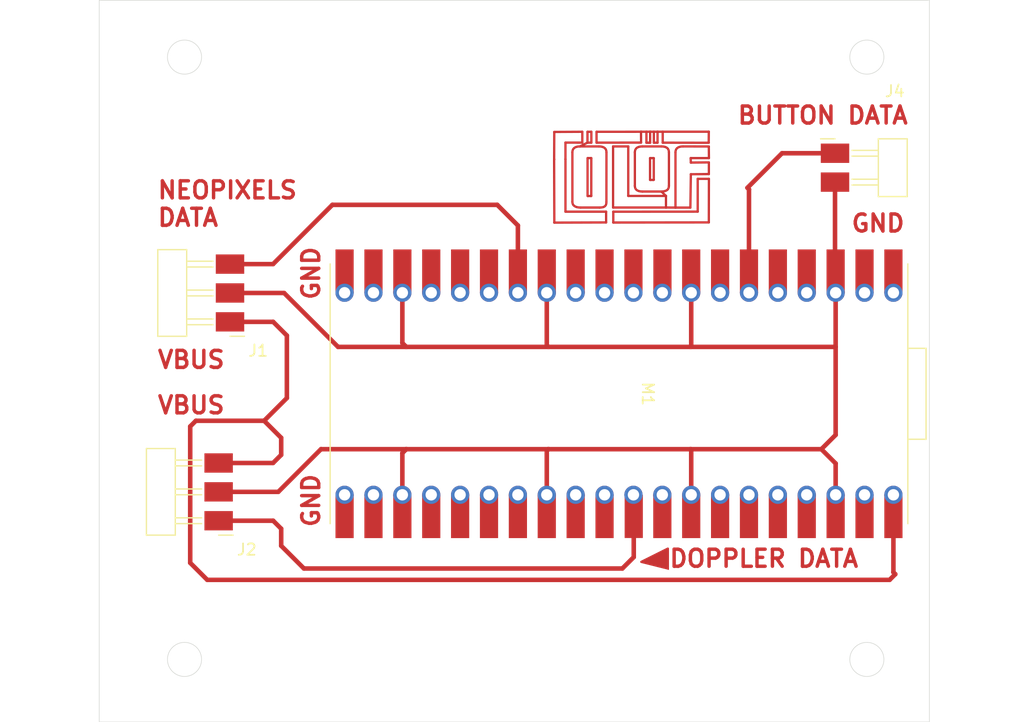
<source format=kicad_pcb>
(kicad_pcb (version 20241229) (generator "pcbnew") (generator_version "9.0")
  (layers (0 "F.Cu" signal) (2 "B.Cu" signal) (13 "F.Paste" user) (15 "B.Paste" user) (5 "F.SilkS" user "F.Silkscreen") (7 "B.SilkS" user "B.Silkscreen") (1 "F.Mask" user) (3 "B.Mask" user) (25 "Edge.Cuts" user))
  (net 0 "")
  (net 1 "/VBUS")
  (net 2 "/GND")
  (net 3 "/NEOPIXELS")
  (net 4 "/DOPPLER")
  (net 5 "/BUTTON")
  (footprint "fab:PinHeader_01x02_P2.54mm_Horizontal_SMD" (layer "F.Cu") (at 162.2 63.46)
    (property "Reference" "J4" (at 4.3 -5.46 180) (layer "F.SilkS") (effects (justify left)))
    (property "Value" "PinHeader_01x02_P2.54mm_Horizontal_SMD")
    (fp_line (start -1.27 -1.27) (end 0 -1.27) (stroke (width 0.12)) (layer "F.SilkS"))
    (fp_line (start 3.81 -1.27) (end 6.35 -1.27) (stroke (width 0.12)) (layer "F.SilkS"))
    (fp_line (start 3.81 -0.254) (end 1.5 -0.254) (stroke (width 0.12)) (layer "F.SilkS"))
    (fp_line (start 3.81 0.254) (end 1.5 0.254) (stroke (width 0.12)) (layer "F.SilkS"))
    (fp_line (start 3.81 2.286) (end 1.5 2.286) (stroke (width 0.12)) (layer "F.SilkS"))
    (fp_line (start 3.81 2.794) (end 1.5 2.794) (stroke (width 0.12)) (layer "F.SilkS"))
    (fp_line (start 3.81 3.81) (end 3.81 -1.27) (stroke (width 0.12)) (layer "F.SilkS"))
    (fp_line (start 6.35 -1.27) (end 6.35 3.81) (stroke (width 0.12)) (layer "F.SilkS"))
    (fp_line (start 6.35 3.81) (end 3.81 3.81) (stroke (width 0.12)) (layer "F.SilkS"))
    (pad "1" smd rect (at 0 0) (size 2.5 1.7) (layers "F.Cu" "F.Mask" "F.Paste") (net 5 "/BUTTON"))
    (pad "2" smd rect (at 0 2.54) (size 2.5 1.7) (layers "F.Cu" "F.Mask" "F.Paste") (net 2 "/GND"))
  )
  (footprint "fab:PinHeader_01x03_P2.54mm_Horizontal_SMD" (layer "F.Cu") (at 108 95.795 180)
    (property "Reference" "J2" (at -1.524 -2.54 0) (layer "F.SilkS") (effects (justify left)))
    (property "Value" "PinHeader_01x03_P2.54mm_Horizontal_SMD")
    (fp_line (start 6.35 6.35) (end 3.81 6.35) (stroke (width 0.12)) (layer "F.SilkS"))
    (fp_line (start 6.35 -1.27) (end 6.35 6.35) (stroke (width 0.12)) (layer "F.SilkS"))
    (fp_line (start 3.81 6.35) (end 3.81 -1.27) (stroke (width 0.12)) (layer "F.SilkS"))
    (fp_line (start 3.81 5.334) (end 1.5 5.334) (stroke (width 0.12)) (layer "F.SilkS"))
    (fp_line (start 3.81 4.826) (end 1.5 4.826) (stroke (width 0.12)) (layer "F.SilkS"))
    (fp_line (start 3.81 2.794) (end 1.5 2.794) (stroke (width 0.12)) (layer "F.SilkS"))
    (fp_line (start 3.81 2.286) (end 1.5 2.286) (stroke (width 0.12)) (layer "F.SilkS"))
    (fp_line (start 3.81 0.254) (end 1.5 0.254) (stroke (width 0.12)) (layer "F.SilkS"))
    (fp_line (start 3.81 -0.254) (end 1.5 -0.254) (stroke (width 0.12)) (layer "F.SilkS"))
    (fp_line (start 3.81 -1.27) (end 6.35 -1.27) (stroke (width 0.12)) (layer "F.SilkS"))
    (fp_line (start -1.27 -1.27) (end 0 -1.27) (stroke (width 0.12)) (layer "F.SilkS"))
    (pad "1" smd rect (at 0 0 180) (size 2.5 1.7) (layers "F.Cu" "F.Mask" "F.Paste") (net 4 "/DOPPLER"))
    (pad "2" smd rect (at 0 2.54 180) (size 2.5 1.7) (layers "F.Cu" "F.Mask" "F.Paste") (net 2 "/GND"))
    (pad "3" smd rect (at 0 5.08 180) (size 2.5 1.7) (layers "F.Cu" "F.Mask" "F.Paste") (net 1 "/VBUS"))
  )
  (footprint "fab:RaspberryPi_PicoW_Combined" (layer "F.Cu") (at 143.205 84.625 -90)
    (property "Reference" "M1" (at 0.0025 -2.54 270) (layer "F.SilkS"))
    (property "Value" "Module_RaspberryPi_PicoW_Combined")
    (fp_line (start -11.43 25.4) (end 11.43 25.4) (stroke (width 0.12)) (layer "F.SilkS"))
    (fp_line (start -4 -25.4) (end -4 -27) (stroke (width 0.12)) (layer "F.SilkS"))
    (fp_line (start 8.89 -25.4) (end -11.43 -25.4) (stroke (width 0.12)) (layer "F.SilkS"))
    (fp_line (start 11.43 -25.4) (end 8.89 -25.4) (stroke (width 0.12)) (layer "F.SilkS"))
    (fp_line (start -4 -27) (end 4 -27) (stroke (width 0.12)) (layer "F.SilkS"))
    (fp_line (start 4 -27) (end 4 -25.4) (stroke (width 0.12)) (layer "F.SilkS"))
    (pad "1" smd rect (at -10.795 -24.13 270) (size 3.81 1.6) (layers "F.Cu" "F.Mask" "F.Paste"))
    (pad "1" thru_hole circle (at -8.89 -24.13 270) (size 1.6 1.6) (drill 1) (layers "*.Cu" "*.Mask"))
    (pad "2" smd rect (at -10.795 -21.59 270) (size 3.81 1.6) (layers "F.Cu" "F.Mask" "F.Paste"))
    (pad "2" thru_hole circle (at -8.89 -21.59 270) (size 1.6 1.6) (drill 1) (layers "*.Cu" "*.Mask"))
    (pad "3" smd rect (at -10.795 -19.05 270) (size 3.81 1.6) (layers "F.Cu" "F.Mask" "F.Paste") (net 2 "/GND"))
    (pad "3" thru_hole circle (at -8.89 -19.05 270) (size 1.6 1.6) (drill 1) (layers "*.Cu" "*.Mask") (net 2 "/GND"))
    (pad "4" smd rect (at -10.795 -16.51 270) (size 3.81 1.6) (layers "F.Cu" "F.Mask" "F.Paste"))
    (pad "4" thru_hole circle (at -8.89 -16.51 270) (size 1.6 1.6) (drill 1) (layers "*.Cu" "*.Mask"))
    (pad "5" smd rect (at -10.795 -13.97 270) (size 3.81 1.6) (layers "F.Cu" "F.Mask" "F.Paste"))
    (pad "5" thru_hole circle (at -8.89 -13.97 270) (size 1.6 1.6) (drill 1) (layers "*.Cu" "*.Mask"))
    (pad "6" smd rect (at -10.795 -11.43 270) (size 3.81 1.6) (layers "F.Cu" "F.Mask" "F.Paste") (net 5 "/BUTTON"))
    (pad "6" thru_hole circle (at -8.89 -11.43 270) (size 1.6 1.6) (drill 1) (layers "*.Cu" "*.Mask") (net 5 "/BUTTON"))
    (pad "7" smd rect (at -10.795 -8.89 270) (size 3.81 1.6) (layers "F.Cu" "F.Mask" "F.Paste"))
    (pad "7" thru_hole circle (at -8.89 -8.89 270) (size 1.6 1.6) (drill 1) (layers "*.Cu" "*.Mask"))
    (pad "8" smd rect (at -10.795 -6.35 270) (size 3.81 1.6) (layers "F.Cu" "F.Mask" "F.Paste") (net 2 "/GND"))
    (pad "8" thru_hole circle (at -8.89 -6.35 270) (size 1.6 1.6) (drill 1) (layers "*.Cu" "*.Mask") (net 2 "/GND"))
    (pad "9" smd rect (at -10.795 -3.819556 270) (size 3.81 1.6) (layers "F.Cu" "F.Mask" "F.Paste"))
    (pad "9" thru_hole circle (at -8.89 -3.81 270) (size 1.6 1.6) (drill 1) (layers "*.Cu" "*.Mask"))
    (pad "10" smd rect (at -10.795 -1.27 270) (size 3.81 1.6) (layers "F.Cu" "F.Mask" "F.Paste"))
    (pad "10" thru_hole circle (at -8.89 -1.27 270) (size 1.6 1.6) (drill 1) (layers "*.Cu" "*.Mask"))
    (pad "11" smd rect (at -10.795 1.27 270) (size 3.81 1.6) (layers "F.Cu" "F.Mask" "F.Paste"))
    (pad "11" thru_hole circle (at -8.89 1.27 270) (size 1.6 1.6) (drill 1) (layers "*.Cu" "*.Mask"))
    (pad "12" smd rect (at -10.795 3.81 270) (size 3.81 1.6) (layers "F.Cu" "F.Mask" "F.Paste"))
    (pad "12" thru_hole circle (at -8.89 3.81 270) (size 1.6 1.6) (drill 1) (layers "*.Cu" "*.Mask"))
    (pad "13" smd rect (at -10.795 6.35 270) (size 3.81 1.6) (layers "F.Cu" "F.Mask" "F.Paste") (net 2 "/GND"))
    (pad "13" thru_hole circle (at -8.89 6.35 270) (size 1.6 1.6) (drill 1) (layers "*.Cu" "*.Mask") (net 2 "/GND"))
    (pad "14" smd rect (at -10.795 8.89 270) (size 3.81 1.6) (layers "F.Cu" "F.Mask" "F.Paste") (net 3 "/NEOPIXELS"))
    (pad "14" thru_hole circle (at -8.89 8.89 270) (size 1.6 1.6) (drill 1) (layers "*.Cu" "*.Mask") (net 3 "/NEOPIXELS"))
    (pad "15" smd rect (at -10.795 11.43 270) (size 3.81 1.6) (layers "F.Cu" "F.Mask" "F.Paste"))
    (pad "15" thru_hole circle (at -8.89 11.43 270) (size 1.6 1.6) (drill 1) (layers "*.Cu" "*.Mask"))
    (pad "16" smd rect (at -10.795 13.97 270) (size 3.81 1.6) (layers "F.Cu" "F.Mask" "F.Paste"))
    (pad "16" thru_hole circle (at -8.89 13.97 270) (size 1.6 1.6) (drill 1) (layers "*.Cu" "*.Mask"))
    (pad "17" smd rect (at -10.795 16.51 270) (size 3.81 1.6) (layers "F.Cu" "F.Mask" "F.Paste"))
    (pad "17" thru_hole circle (at -8.89 16.51 270) (size 1.6 1.6) (drill 1) (layers "*.Cu" "*.Mask"))
    (pad "18" smd rect (at -10.795 19.05 270) (size 3.81 1.6) (layers "F.Cu" "F.Mask" "F.Paste") (net 2 "/GND"))
    (pad "18" thru_hole circle (at -8.89 19.05 270) (size 1.6 1.6) (drill 1) (layers "*.Cu" "*.Mask") (net 2 "/GND"))
    (pad "19" smd rect (at -10.795 21.59 270) (size 3.81 1.6) (layers "F.Cu" "F.Mask" "F.Paste"))
    (pad "19" thru_hole circle (at -8.89 21.59 270) (size 1.6 1.6) (drill 1) (layers "*.Cu" "*.Mask"))
    (pad "20" smd rect (at -10.795 24.13 270) (size 3.81 1.6) (layers "F.Cu" "F.Mask" "F.Paste"))
    (pad "20" thru_hole circle (at -8.89 24.13 270) (size 1.6 1.6) (drill 1) (layers "*.Cu" "*.Mask"))
    (pad "21" thru_hole circle (at 8.89 24.13 270) (size 1.6 1.6) (drill 1) (layers "*.Cu" "*.Mask"))
    (pad "21" smd rect (at 10.795 24.13 270) (size 3.81 1.6) (layers "F.Cu" "F.Mask" "F.Paste"))
    (pad "22" thru_hole circle (at 8.89 21.59 270) (size 1.6 1.6) (drill 1) (layers "*.Cu" "*.Mask"))
    (pad "22" smd rect (at 10.795 21.59 270) (size 3.81 1.6) (layers "F.Cu" "F.Mask" "F.Paste"))
    (pad "23" thru_hole circle (at 8.89 19.05 270) (size 1.6 1.6) (drill 1) (layers "*.Cu" "*.Mask") (net 2 "/GND"))
    (pad "23" smd rect (at 10.795 19.05 270) (size 3.81 1.6) (layers "F.Cu" "F.Mask" "F.Paste") (net 2 "/GND"))
    (pad "24" thru_hole circle (at 8.89 16.51 270) (size 1.6 1.6) (drill 1) (layers "*.Cu" "*.Mask"))
    (pad "24" smd rect (at 10.795 16.51 270) (size 3.81 1.6) (layers "F.Cu" "F.Mask" "F.Paste"))
    (pad "25" thru_hole circle (at 8.89 13.97 270) (size 1.6 1.6) (drill 1) (layers "*.Cu" "*.Mask"))
    (pad "25" smd rect (at 10.795 13.97 270) (size 3.81 1.6) (layers "F.Cu" "F.Mask" "F.Paste"))
    (pad "26" thru_hole circle (at 8.89 11.43 270) (size 1.6 1.6) (drill 1) (layers "*.Cu" "*.Mask"))
    (pad "26" smd rect (at 10.795 11.43 270) (size 3.81 1.6) (layers "F.Cu" "F.Mask" "F.Paste"))
    (pad "27" thru_hole circle (at 8.89 8.89 270) (size 1.6 1.6) (drill 1) (layers "*.Cu" "*.Mask"))
    (pad "27" smd rect (at 10.795 8.89 270) (size 3.81 1.6) (layers "F.Cu" "F.Mask" "F.Paste"))
    (pad "28" thru_hole circle (at 8.89 6.35 270) (size 1.6 1.6) (drill 1) (layers "*.Cu" "*.Mask") (net 2 "/GND"))
    (pad "28" smd rect (at 10.795 6.35 270) (size 3.81 1.6) (layers "F.Cu" "F.Mask" "F.Paste") (net 2 "/GND"))
    (pad "29" thru_hole circle (at 8.89 3.81 270) (size 1.6 1.6) (drill 1) (layers "*.Cu" "*.Mask"))
    (pad "29" smd rect (at 10.795 3.81 270) (size 3.81 1.6) (layers "F.Cu" "F.Mask" "F.Paste"))
    (pad "30" thru_hole circle (at 8.89 1.27 270) (size 1.6 1.6) (drill 1) (layers "*.Cu" "*.Mask"))
    (pad "30" smd rect (at 10.795 1.27 270) (size 3.81 1.6) (layers "F.Cu" "F.Mask" "F.Paste"))
    (pad "31" thru_hole circle (at 8.89 -1.27 270) (size 1.6 1.6) (drill 1) (layers "*.Cu" "*.Mask") (net 4 "/DOPPLER"))
    (pad "31" smd rect (at 10.786443 -1.297864 270) (size 3.81 1.6) (layers "F.Cu" "F.Mask" "F.Paste") (net 4 "/DOPPLER"))
    (pad "32" thru_hole circle (at 8.89 -3.81 270) (size 1.6 1.6) (drill 1) (layers "*.Cu" "*.Mask"))
    (pad "32" smd rect (at 10.795 -3.81 270) (size 3.81 1.6) (layers "F.Cu" "F.Mask" "F.Paste"))
    (pad "33" thru_hole circle (at 8.89 -6.35 270) (size 1.6 1.6) (drill 1) (layers "*.Cu" "*.Mask") (net 2 "/GND"))
    (pad "33" smd rect (at 10.795 -6.35 270) (size 3.81 1.6) (layers "F.Cu" "F.Mask" "F.Paste") (net 2 "/GND"))
    (pad "34" thru_hole circle (at 8.89 -8.89 270) (size 1.6 1.6) (drill 1) (layers "*.Cu" "*.Mask"))
    (pad "34" smd rect (at 10.795 -8.89 270) (size 3.81 1.6) (layers "F.Cu" "F.Mask" "F.Paste"))
    (pad "35" thru_hole circle (at 8.89 -11.43 270) (size 1.6 1.6) (drill 1) (layers "*.Cu" "*.Mask"))
    (pad "35" smd rect (at 10.795 -11.43 270) (size 3.81 1.6) (layers "F.Cu" "F.Mask" "F.Paste"))
    (pad "36" thru_hole circle (at 8.89 -13.97 270) (size 1.6 1.6) (drill 1) (layers "*.Cu" "*.Mask"))
    (pad "36" smd rect (at 10.795 -13.97 270) (size 3.81 1.6) (layers "F.Cu" "F.Mask" "F.Paste"))
    (pad "37" thru_hole circle (at 8.89 -16.51 270) (size 1.6 1.6) (drill 1) (layers "*.Cu" "*.Mask"))
    (pad "37" smd rect (at 10.795 -16.51 270) (size 3.81 1.6) (layers "F.Cu" "F.Mask" "F.Paste"))
    (pad "38" thru_hole circle (at 8.89 -19.05 270) (size 1.6 1.6) (drill 1) (layers "*.Cu" "*.Mask") (net 2 "/GND"))
    (pad "38" smd rect (at 10.795 -19.05 270) (size 3.81 1.6) (layers "F.Cu" "F.Mask" "F.Paste") (net 2 "/GND"))
    (pad "39" thru_hole circle (at 8.89 -21.59 270) (size 1.6 1.6) (drill 1) (layers "*.Cu" "*.Mask"))
    (pad "39" smd rect (at 10.795 -21.59 270) (size 3.81 1.6) (layers "F.Cu" "F.Mask" "F.Paste"))
    (pad "40" thru_hole circle (at 8.89 -24.13 270) (size 1.6 1.6) (drill 1) (layers "*.Cu" "*.Mask") (net 1 "/VBUS"))
    (pad "40" smd rect (at 10.795 -24.13 270) (size 3.81 1.6) (layers "F.Cu" "F.Mask" "F.Paste") (net 1 "/VBUS"))
  )
  (footprint "fab:PinHeader_01x03_P2.54mm_Horizontal_SMD" (layer "F.Cu") (at 109 78.295 180)
    (property "Reference" "J1" (at -1.524 -2.54 0) (layer "F.SilkS") (effects (justify left)))
    (property "Value" "PinHeader_01x03_P2.54mm_Horizontal_SMD")
    (fp_line (start 6.35 6.35) (end 3.81 6.35) (stroke (width 0.12)) (layer "F.SilkS"))
    (fp_line (start 6.35 -1.27) (end 6.35 6.35) (stroke (width 0.12)) (layer "F.SilkS"))
    (fp_line (start 3.81 6.35) (end 3.81 -1.27) (stroke (width 0.12)) (layer "F.SilkS"))
    (fp_line (start 3.81 5.334) (end 1.5 5.334) (stroke (width 0.12)) (layer "F.SilkS"))
    (fp_line (start 3.81 4.826) (end 1.5 4.826) (stroke (width 0.12)) (layer "F.SilkS"))
    (fp_line (start 3.81 2.794) (end 1.5 2.794) (stroke (width 0.12)) (layer "F.SilkS"))
    (fp_line (start 3.81 2.286) (end 1.5 2.286) (stroke (width 0.12)) (layer "F.SilkS"))
    (fp_line (start 3.81 0.254) (end 1.5 0.254) (stroke (width 0.12)) (layer "F.SilkS"))
    (fp_line (start 3.81 -0.254) (end 1.5 -0.254) (stroke (width 0.12)) (layer "F.SilkS"))
    (fp_line (start 3.81 -1.27) (end 6.35 -1.27) (stroke (width 0.12)) (layer "F.SilkS"))
    (fp_line (start -1.27 -1.27) (end 0 -1.27) (stroke (width 0.12)) (layer "F.SilkS"))
    (pad "1" smd rect (at 0 0 180) (size 2.5 1.7) (layers "F.Cu" "F.Mask" "F.Paste") (net 1 "/VBUS"))
    (pad "2" smd rect (at 0 2.54 180) (size 2.5 1.7) (layers "F.Cu" "F.Mask" "F.Paste") (net 2 "/GND"))
    (pad "3" smd rect (at 0 5.08 180) (size 2.5 1.7) (layers "F.Cu" "F.Mask" "F.Paste") (net 3 "/NEOPIXELS"))
  )
  (gr_line (start 140.75349 67.222152) (end 140.45584 67.2229) (stroke (width 0.2)) (layer "F.Cu"))
  (gr_curve (pts (xy 141.50519 68.237374) (xy 141.94784 68.237374) (xy 142.09732 68.093535) (xy 142.09776 67.753537)) (stroke (width 0.2)) (layer "F.Cu"))
  (gr_line (start 139.10692 63.378671) (end 139.10692 67.736322) (stroke (width 0.2)) (layer "F.Cu"))
  (gr_curve (pts (xy 144.60028 66.321259) (xy 144.60028 66.661258) (xy 144.82481 66.828052) (xy 145.26746 66.82805)) (stroke (width 0.2)) (layer "F.Cu"))
  (gr_line (start 148.17093 63.378556) (end 148.17093 68.240362) (stroke (width 0.2)) (layer "F.Cu"))
  (gr_line (start 138.49812 68.600454) (end 138.49812 63.984191) (stroke (width 0.2)) (layer "F.Cu"))
  (gr_line (start 151.10811 64.265282) (end 149.52302 64.281102) (stroke (width 0.2)) (layer "F.Cu"))
  (gr_line (start 142.68472 68.234884) (end 147.33565 68.234874) (stroke (width 0.2)) (layer "F.Cu"))
  (gr_line (start 151.11154 65.711429) (end 151.10354 69.545337) (stroke (width 0.2)) (layer "F.Cu"))
  (gr_line (start 146.59436 62.530254) (end 146.59435 61.564485) (stroke (width 0.2)) (layer "F.Cu"))
  (gr_line (start 145.94453 62.532993) (end 145.94452 61.564479) (stroke (width 0.2)) (layer "F.Cu"))
  (gr_line (start 151.10211 62.864634) (end 148.83809 62.858934) (stroke (width 0.2)) (layer "F.Cu"))
  (gr_curve (pts (xy 148.83809 62.858934) (xy 148.39546 62.857834) (xy 148.17093 63.038556) (xy 148.17093 63.378556)) (stroke (width 0.2)) (layer "F.Cu"))
  (gr_poly (pts (xy 147.5 98.249992) (xy 147.5 100) (xy 145.166655 99.416663)) (stroke (width 0.2)) (fill yes) (layer "F.Cu"))
  (gr_line (start 145.78804 62.533658) (end 145.94453 62.532993) (stroke (width 0.2)) (layer "F.Cu"))
  (gr_line (start 149.52302 64.281102) (end 149.50532 63.898284) (stroke (width 0.2)) (layer "F.Cu"))
  (gr_line (start 145.94748 63.885456) (end 146.24899 63.885456) (stroke (width 0.2)) (layer "F.Cu"))
  (gr_line (start 145.94452 61.564487) (end 145.14083 61.56448) (stroke (width 0.2)) (layer "F.Cu"))
  (gr_line (start 149.52302 65.307515) (end 151.10811 65.291695) (stroke (width 0.2)) (layer "F.Cu"))
  (gr_line (start 145.14085 61.568337) (end 141.22985 61.570758) (stroke (width 0.2)) (layer "F.Cu"))
  (gr_line (start 145.61797 61.564484) (end 145.61798 62.533903) (stroke (width 0.2)) (layer "F.Cu"))
  (gr_line (start 140.45584 67.2229) (end 140.44204 67.20869) (stroke (width 0.2)) (layer "F.Cu"))
  (gr_line (start 140.44204 63.898339) (end 140.45484 63.885509) (stroke (width 0.2)) (layer "F.Cu"))
  (gr_line (start 145.61798 62.533903) (end 145.78804 62.533658) (stroke (width 0.2)) (layer "F.Cu"))
  (gr_line (start 149.50532 63.898284) (end 149.51812 63.885454) (stroke (width 0.2)) (layer "F.Cu"))
  (gr_line (start 142.70276 69.556633) (end 142.70276 68.602849) (stroke (width 0.2)) (layer "F.Cu"))
  (gr_line (start 140.77503 62.526625) (end 140.77502 61.570523) (stroke (width 0.2)) (layer "F.Cu"))
  (gr_line (start 144.01906 67.214878) (end 144.01906 62.859053) (stroke (width 0.2)) (layer "F.Cu"))
  (gr_line (start 141.22985 61.570758) (end 141.22986 62.527386) (stroke (width 0.2)) (layer "F.Cu"))
  (gr_line (start 142.09776 67.753537) (end 142.10276 63.378671) (stroke (width 0.2)) (layer "F.Cu"))
  (gr_line (start 146.2691 61.564484) (end 146.26911 62.531554) (stroke (width 0.2)) (layer "F.Cu"))
  (gr_line (start 140.43334 62.525808) (end 139.77408 62.85905) (stroke (width 0.2)) (layer "F.Cu"))
  (gr_line (start 145.94748 65.808043) (end 145.93468 65.795213) (stroke (width 0.2)) (layer "F.Cu"))
  (gr_line (start 139.97849 62.525062) (end 139.97848 61.569869) (stroke (width 0.2)) (layer "F.Cu"))
  (gr_line (start 151.10811 65.291695) (end 151.10811 64.265282) (stroke (width 0.2)) (layer "F.Cu"))
  (gr_line (start 138.49744 62.522162) (end 139.97849 62.525062) (stroke (width 0.2)) (layer "F.Cu"))
  (gr_line (start 139.81999 68.237374) (end 141.50519 68.237374) (stroke (width 0.2)) (layer "F.Cu"))
  (gr_line (start 142.07207 68.600454) (end 138.49812 68.600454) (stroke (width 0.2)) (layer "F.Cu"))
  (gr_line (start 147.59612 66.321249) (end 147.59612 63.378674) (stroke (width 0.2)) (layer "F.Cu"))
  (gr_line (start 140.43333 61.570093) (end 140.43334 62.525808) (stroke (width 0.2)) (layer "F.Cu"))
  (gr_line (start 140.44204 67.20869) (end 140.44204 63.898339) (stroke (width 0.2)) (layer "F.Cu"))
  (gr_line (start 142.68472 62.859053) (end 142.68472 68.234884) (stroke (width 0.2)) (layer "F.Cu"))
  (gr_line (start 146.26179 65.795213) (end 146.24899 65.808043) (stroke (width 0.2)) (layer "F.Cu"))
  (gr_line (start 144.01906 62.859053) (end 142.68472 62.859053) (stroke (width 0.2)) (layer "F.Cu"))
  (gr_line (start 140.77502 61.570523) (end 140.43333 61.570093) (stroke (width 0.2)) (layer "F.Cu"))
  (gr_line (start 151.09352 62.535643) (end 151.10152 61.564478) (stroke (width 0.2)) (layer "F.Cu"))
  (gr_line (start 145.93468 65.795213) (end 145.93468 63.898286) (stroke (width 0.2)) (layer "F.Cu"))
  (gr_line (start 147.33565 68.234874) (end 148.17093 68.240362) (stroke (width 0.2)) (layer "F.Cu"))
  (gr_line (start 141.22986 62.527386) (end 145.14585 62.522186) (stroke (width 0.2)) (layer "F.Cu"))
  (gr_line (start 142.70276 68.602849) (end 150.12623 68.597149) (stroke (width 0.2)) (layer "F.Cu"))
  (gr_line (start 137.5139 61.583433) (end 137.502 64.0014) (stroke (width 0.2)) (layer "F.Cu"))
  (gr_line (start 151.10152 61.564478) (end 146.59435 61.564485) (stroke (width 0.2)) (layer "F.Cu"))
  (gr_line (start 150.12623 65.711429) (end 151.11154 65.711429) (stroke (width 0.2)) (layer "F.Cu"))
  (gr_curve (pts (xy 142.10276 63.378671) (xy 142.10325 63.032258) (xy 141.87823 62.85905) (xy 141.43559 62.85905)) (stroke (width 0.2)) (layer "F.Cu"))
  (gr_line (start 138.49812 63.984191) (end 138.49744 63.984191) (stroke (width 0.2)) (layer "F.Cu"))
  (gr_line (start 144.60028 63.378674) (end 144.60028 66.321259) (stroke (width 0.2)) (layer "F.Cu"))
  (gr_line (start 140.76629 67.209332) (end 140.75349 67.222152) (stroke (width 0.2)) (layer "F.Cu"))
  (gr_line (start 149.51812 63.885454) (end 151.11331 63.885454) (stroke (width 0.2)) (layer "F.Cu"))
  (gr_line (start 146.59435 61.564489) (end 145.94452 61.564479) (stroke (width 0.2)) (layer "F.Cu"))
  (gr_curve (pts (xy 139.77408 62.85905) (xy 139.33145 62.85905) (xy 139.10692 63.032258) (xy 139.10692 63.378671)) (stroke (width 0.2)) (layer "F.Cu"))
  (gr_line (start 147.33565 68.234874) (end 147.33565 67.214878) (stroke (width 0.2)) (layer "F.Cu"))
  (gr_line (start 150.12623 68.597149) (end 150.12623 65.711429) (stroke (width 0.2)) (layer "F.Cu"))
  (gr_curve (pts (xy 139.10692 67.736322) (xy 139.10692 68.076321) (xy 139.37735 68.237374) (xy 139.81999 68.237374)) (stroke (width 0.2)) (layer "F.Cu"))
  (gr_line (start 137.5183 69.564445) (end 142.07207 69.548625) (stroke (width 0.2)) (layer "F.Cu"))
  (gr_line (start 146.92895 62.859053) (end 145.26746 62.859053) (stroke (width 0.2)) (layer "F.Cu"))
  (gr_line (start 151.10354 69.545337) (end 142.70276 69.556633) (stroke (width 0.2)) (layer "F.Cu"))
  (gr_line (start 140.45484 63.885509) (end 140.75635 63.885509) (stroke (width 0.2)) (layer "F.Cu"))
  (gr_line (start 147.04918 61.564484) (end 147.04918 62.528943) (stroke (width 0.2)) (layer "F.Cu"))
  (gr_line (start 140.76915 63.898339) (end 140.76629 67.209332) (stroke (width 0.2)) (layer "F.Cu"))
  (gr_line (start 146.26911 62.531554) (end 146.59436 62.530254) (stroke (width 0.2)) (layer "F.Cu"))
  (gr_line (start 140.75635 63.885509) (end 140.76915 63.898339) (stroke (width 0.2)) (layer "F.Cu"))
  (gr_curve (pts (xy 146.92895 66.828039) (xy 147.37159 66.828038) (xy 147.59612 66.661248) (xy 147.59612 66.321249)) (stroke (width 0.2)) (layer "F.Cu"))
  (gr_line (start 145.26746 66.82805) (end 146.92895 66.828039) (stroke (width 0.2)) (layer "F.Cu"))
  (gr_line (start 138.49744 63.984191) (end 138.49744 62.522162) (stroke (width 0.2)) (layer "F.Cu"))
  (gr_line (start 145.93468 63.898286) (end 145.94748 63.885456) (stroke (width 0.2)) (layer "F.Cu"))
  (gr_line (start 145.14585 62.522186) (end 145.14083 61.56448) (stroke (width 0.2)) (layer "F.Cu"))
  (gr_line (start 140.43334 62.525808) (end 140.77503 62.526625) (stroke (width 0.2)) (layer "F.Cu"))
  (gr_line (start 146.24899 65.808043) (end 145.94748 65.808043) (stroke (width 0.2)) (layer "F.Cu"))
  (gr_line (start 149.48092 68.240471) (end 149.52302 65.307515) (stroke (width 0.2)) (layer "F.Cu"))
  (gr_line (start 141.43559 62.85905) (end 139.77408 62.85905) (stroke (width 0.2)) (layer "F.Cu"))
  (gr_line (start 146.24899 63.885456) (end 146.26179 63.898286) (stroke (width 0.2)) (layer "F.Cu"))
  (gr_line (start 148.17093 68.240362) (end 149.48092 68.240471) (stroke (width 0.2)) (layer "F.Cu"))
  (gr_line (start 147.33565 67.214878) (end 146.92895 66.828039) (stroke (width 0.2)) (layer "F.Cu"))
  (gr_curve (pts (xy 145.26746 62.859053) (xy 144.82481 62.859053) (xy 144.60028 63.032261) (xy 144.60028 63.378674)) (stroke (width 0.2)) (layer "F.Cu"))
  (gr_line (start 146.26179 63.898286) (end 146.26179 65.795213) (stroke (width 0.2)) (layer "F.Cu"))
  (gr_line (start 139.97848 61.569869) (end 137.5139 61.583433) (stroke (width 0.2)) (layer "F.Cu"))
  (gr_line (start 147.33565 67.214878) (end 144.01906 67.214878) (stroke (width 0.2)) (layer "F.Cu"))
  (gr_curve (pts (xy 147.59612 63.378674) (xy 147.59612 63.032261) (xy 147.37159 62.859053) (xy 146.92895 62.859053)) (stroke (width 0.2)) (layer "F.Cu"))
  (gr_line (start 142.07207 69.548625) (end 142.07207 68.600454) (stroke (width 0.2)) (layer "F.Cu"))
  (gr_line (start 137.502 64.0014) (end 137.5 64) (stroke (width 0.2)) (layer "F.Cu"))
  (gr_line (start 137.5 64) (end 137.5183 69.564445) (stroke (width 0.2)) (layer "F.Cu"))
  (gr_line (start 151.11331 63.885454) (end 151.10211 62.864634) (stroke (width 0.2)) (layer "F.Cu"))
  (gr_line (start 147.04918 62.528943) (end 151.09352 62.535643) (stroke (width 0.2)) (layer "F.Cu"))
  (gr_circle (center 165 55) (end 166.5 55) (stroke (width 0.05)) (fill no) (layer "Edge.Cuts"))
  (gr_circle (center 105 108) (end 103.5 108) (stroke (width 0.05)) (fill no) (layer "Edge.Cuts"))
  (gr_circle (center 105 55) (end 106.5 55) (stroke (width 0.05)) (fill no) (layer "Edge.Cuts"))
  (gr_rect (start 97.5 50) (end 170.5 113.5) (stroke (width 0.05)) (fill no) (layer "Edge.Cuts"))
  (gr_circle (center 165 108) (end 166.5 108) (stroke (width 0.05)) (fill no) (layer "Edge.Cuts"))
  (gr_text "VBUS" (at 102.5 86.5 0) (layer "F.Cu") (effects (font (size 1.5 1.5) (thickness 0.3) (bold yes)) (justify left bottom)))
  (gr_text "GND" (at 163.5 70.5 0) (layer "F.Cu") (effects (font (size 1.5 1.5) (thickness 0.3) (bold yes)) (justify left bottom)))
  (gr_text "BUTTON DATA" (at 153.5 61 0) (layer "F.Cu") (effects (font (size 1.5 1.5) (thickness 0.3) (bold yes)) (justify left bottom)))
  (gr_text "GND" (at 117 96.5 90) (layer "F.Cu") (effects (font (size 1.5 1.5) (thickness 0.3) (bold yes)) (justify left bottom)))
  (gr_text "DOPPLER DATA" (at 147.5 100 0) (layer "F.Cu") (effects (font (size 1.5 1.5) (thickness 0.3) (bold yes)) (justify left bottom)))
  (gr_text "NEOPIXELS\nDATA" (at 102.5 70 0) (layer "F.Cu") (effects (font (size 1.5 1.5) (thickness 0.3) (bold yes)) (justify left bottom)))
  (gr_text "VBUS" (at 102.5 82.5 0) (layer "F.Cu") (effects (font (size 1.5 1.5) (thickness 0.3) (bold yes)) (justify left bottom)))
  (gr_text "GND" (at 117 76.5 90) (layer "F.Cu") (effects (font (size 1.5 1.5) (thickness 0.3) (bold yes)) (justify left bottom)))
  (segment (start 105.5 87.5) (end 105.5 99.5) (width 0.4) (layer "F.Cu") (net 1))
  (segment (start 112.785 90.715) (end 113.5 90) (width 0.4) (layer "F.Cu") (net 1))
  (segment (start 112.795 78.295) (end 114 79.5) (width 0.4) (layer "F.Cu") (net 1))
  (segment (start 167.335 100.335) (end 167.335 95.42) (width 0.4) (layer "F.Cu") (net 1))
  (segment (start 113.5 90) (end 113.5 88.5) (width 0.4) (layer "F.Cu") (net 1))
  (segment (start 114 85) (end 112 87) (width 0.4) (layer "F.Cu") (net 1))
  (segment (start 167 101) (end 167.5 100.5) (width 0.4) (layer "F.Cu") (net 1))
  (segment (start 114 79.5) (end 114 85) (width 0.4) (layer "F.Cu") (net 1))
  (segment (start 109 78.295) (end 112.795 78.295) (width 0.4) (layer "F.Cu") (net 1))
  (segment (start 112 87) (end 106 87) (width 0.4) (layer "F.Cu") (net 1))
  (segment (start 113.5 88.5) (end 112 87) (width 0.4) (layer "F.Cu") (net 1))
  (segment (start 108 90.715) (end 112.785 90.715) (width 0.4) (layer "F.Cu") (net 1))
  (segment (start 106 87) (end 105.5 87.5) (width 0.4) (layer "F.Cu") (net 1))
  (segment (start 167.5 100.5) (end 167.335 100.335) (width 0.4) (layer "F.Cu") (net 1))
  (segment (start 107 101) (end 167 101) (width 0.4) (layer "F.Cu") (net 1))
  (segment (start 105.5 99.5) (end 107 101) (width 0.4) (layer "F.Cu") (net 1))
  (segment (start 162.2 73.775) (end 162.255 73.83) (width 0.4) (layer "F.Cu") (net 2))
  (segment (start 109 75.755) (end 113.755 75.755) (width 0.4) (layer "F.Cu") (net 2))
  (segment (start 162.255 73.83) (end 162.255 80.5) (width 0.4) (layer "F.Cu") (net 2))
  (segment (start 162.255 80.5) (end 162.255 88.245) (width 0.4) (layer "F.Cu") (net 2))
  (segment (start 117 89.5) (end 124.5 89.5) (width 0.4) (layer "F.Cu") (net 2))
  (segment (start 136.855 95.42) (end 136.855 89.645) (width 0.4) (layer "F.Cu") (net 2))
  (segment (start 149.555 89.555) (end 149.5 89.5) (width 0.4) (layer "F.Cu") (net 2))
  (segment (start 149.555 95.42) (end 149.555 89.555) (width 0.4) (layer "F.Cu") (net 2))
  (segment (start 162.255 90.755) (end 162.255 95.42) (width 0.4) (layer "F.Cu") (net 2))
  (segment (start 136.855 73.83) (end 136.855 80.355) (width 0.4) (layer "F.Cu") (net 2))
  (segment (start 162.255 88.245) (end 161 89.5) (width 0.4) (layer "F.Cu") (net 2))
  (segment (start 149.5 80.5) (end 162.255 80.5) (width 0.4) (layer "F.Cu") (net 2))
  (segment (start 149.5 89.5) (end 161 89.5) (width 0.4) (layer "F.Cu") (net 2))
  (segment (start 137 89.5) (end 149.5 89.5) (width 0.4) (layer "F.Cu") (net 2))
  (segment (start 113.245 93.255) (end 117 89.5) (width 0.4) (layer "F.Cu") (net 2))
  (segment (start 118.5 80.5) (end 124.5 80.5) (width 0.4) (layer "F.Cu") (net 2))
  (segment (start 137 80.5) (end 149.5 80.5) (width 0.4) (layer "F.Cu") (net 2))
  (segment (start 124.155 73.83) (end 124.155 80.155) (width 0.4) (layer "F.Cu") (net 2))
  (segment (start 162.2 66) (end 162.2 73.775) (width 0.4) (layer "F.Cu") (net 2))
  (segment (start 136.855 89.645) (end 137 89.5) (width 0.4) (layer "F.Cu") (net 2))
  (segment (start 124.5 80.5) (end 137 80.5) (width 0.4) (layer "F.Cu") (net 2))
  (segment (start 149.555 80.445) (end 149.5 80.5) (width 0.4) (layer "F.Cu") (net 2))
  (segment (start 108 93.255) (end 113.245 93.255) (width 0.4) (layer "F.Cu") (net 2))
  (segment (start 161 89.5) (end 162.255 90.755) (width 0.4) (layer "F.Cu") (net 2))
  (segment (start 113.755 75.755) (end 118.5 80.5) (width 0.4) (layer "F.Cu") (net 2))
  (segment (start 136.855 80.355) (end 137 80.5) (width 0.4) (layer "F.Cu") (net 2))
  (segment (start 124.155 95.42) (end 124.155 89.845) (width 0.4) (layer "F.Cu") (net 2))
  (segment (start 124.155 89.845) (end 124.5 89.5) (width 0.4) (layer "F.Cu") (net 2))
  (segment (start 124.155 80.155) (end 124.5 80.5) (width 0.4) (layer "F.Cu") (net 2))
  (segment (start 149.555 73.83) (end 149.555 80.445) (width 0.4) (layer "F.Cu") (net 2))
  (segment (start 124.5 89.5) (end 137 89.5) (width 0.4) (layer "F.Cu") (net 2))
  (segment (start 109 73.215) (end 112.785 73.215) (width 0.4) (layer "F.Cu") (net 3))
  (segment (start 112.785 73.215) (end 118 68) (width 0.4) (layer "F.Cu") (net 3))
  (segment (start 118 68) (end 132.5 68) (width 0.4) (layer "F.Cu") (net 3))
  (segment (start 134.315 69.815) (end 134.315 73.83) (width 0.4) (layer "F.Cu") (net 3))
  (segment (start 132.5 68) (end 134.315 69.815) (width 0.4) (layer "F.Cu") (net 3))
  (segment (start 112.795 95.795) (end 113.5 96.5) (width 0.4) (layer "F.Cu") (net 4))
  (segment (start 115.5 100) (end 143.5 100) (width 0.4) (layer "F.Cu") (net 4))
  (segment (start 144.502864 98.997136) (end 144.502864 95.411443) (width 0.4) (layer "F.Cu") (net 4))
  (segment (start 143.5 100) (end 144.502864 98.997136) (width 0.4) (layer "F.Cu") (net 4))
  (segment (start 113.5 96.5) (end 113.5 98) (width 0.4) (layer "F.Cu") (net 4))
  (segment (start 113.5 98) (end 115.5 100) (width 0.4) (layer "F.Cu") (net 4))
  (segment (start 108 95.795) (end 112.795 95.795) (width 0.4) (layer "F.Cu") (net 4))
  (segment (start 157.54 63.46) (end 154.5 66.5) (width 0.4) (layer "F.Cu") (net 5))
  (segment (start 162.2 63.46) (end 157.54 63.46) (width 0.4) (layer "F.Cu") (net 5))
  (segment (start 154.5 66.5) (end 154.635 66.635) (width 0.4) (layer "F.Cu") (net 5))
  (segment (start 154.635 66.635) (end 154.635 73.83) (width 0.4) (layer "F.Cu") (net 5))
)
</source>
